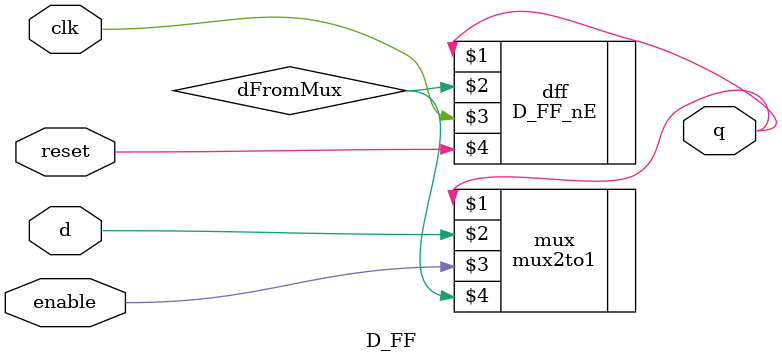
<source format=v>
module D_FF(q, d, clk, reset, enable);

output q;
input d, clk, reset, enable;

wire dFromMux;

mux2to1 mux(q, d, enable, dFromMux);

D_FF_nE dff(q, dFromMux, clk, reset);

endmodule
</source>
